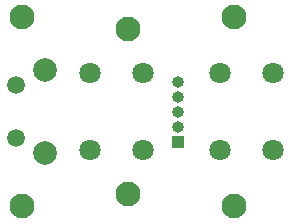
<source format=gbr>
%TF.GenerationSoftware,KiCad,Pcbnew,6.0.11-2627ca5db0~126~ubuntu22.04.1*%
%TF.CreationDate,2024-02-04T10:42:42-08:00*%
%TF.ProjectId,stick-switch,73746963-6b2d-4737-9769-7463682e6b69,rev?*%
%TF.SameCoordinates,Original*%
%TF.FileFunction,Soldermask,Bot*%
%TF.FilePolarity,Negative*%
%FSLAX46Y46*%
G04 Gerber Fmt 4.6, Leading zero omitted, Abs format (unit mm)*
G04 Created by KiCad (PCBNEW 6.0.11-2627ca5db0~126~ubuntu22.04.1) date 2024-02-04 10:42:42*
%MOMM*%
%LPD*%
G01*
G04 APERTURE LIST*
%ADD10C,1.804000*%
%ADD11C,2.100000*%
%ADD12R,1.000000X1.000000*%
%ADD13O,1.000000X1.000000*%
%ADD14C,1.507998*%
%ADD15C,2.008124*%
G04 APERTURE END LIST*
D10*
%TO.C,SW_DN1*%
X-3250000Y-3250000D03*
X-3250000Y3250000D03*
X1250000Y-3250000D03*
X1250000Y3250000D03*
%TD*%
D11*
%TO.C,REF\u002A\u002A*%
X9000000Y-8000000D03*
%TD*%
%TO.C,REF\u002A\u002A*%
X9000000Y8000000D03*
%TD*%
%TO.C,REF\u002A\u002A*%
X0Y-7000000D03*
%TD*%
%TO.C,REF\u002A\u002A*%
X-9000000Y8000000D03*
%TD*%
%TO.C,REF\u002A\u002A*%
X0Y7000000D03*
%TD*%
D12*
%TO.C,J1*%
X4250000Y-2540000D03*
D13*
X4250000Y-1270000D03*
X4250000Y0D03*
X4250000Y1270000D03*
X4250000Y2540000D03*
%TD*%
D14*
%TO.C,SW_PTT1*%
X-9500000Y2250000D03*
X-9500000Y-2250001D03*
D15*
X-7000000Y3499999D03*
X-7000000Y-3500000D03*
%TD*%
D10*
%TO.C,SW_UP1*%
X7750000Y-3250000D03*
X7750000Y3250000D03*
X12250000Y-3250000D03*
X12250000Y3250000D03*
%TD*%
D11*
%TO.C,REF\u002A\u002A*%
X-9000000Y-8000000D03*
%TD*%
M02*

</source>
